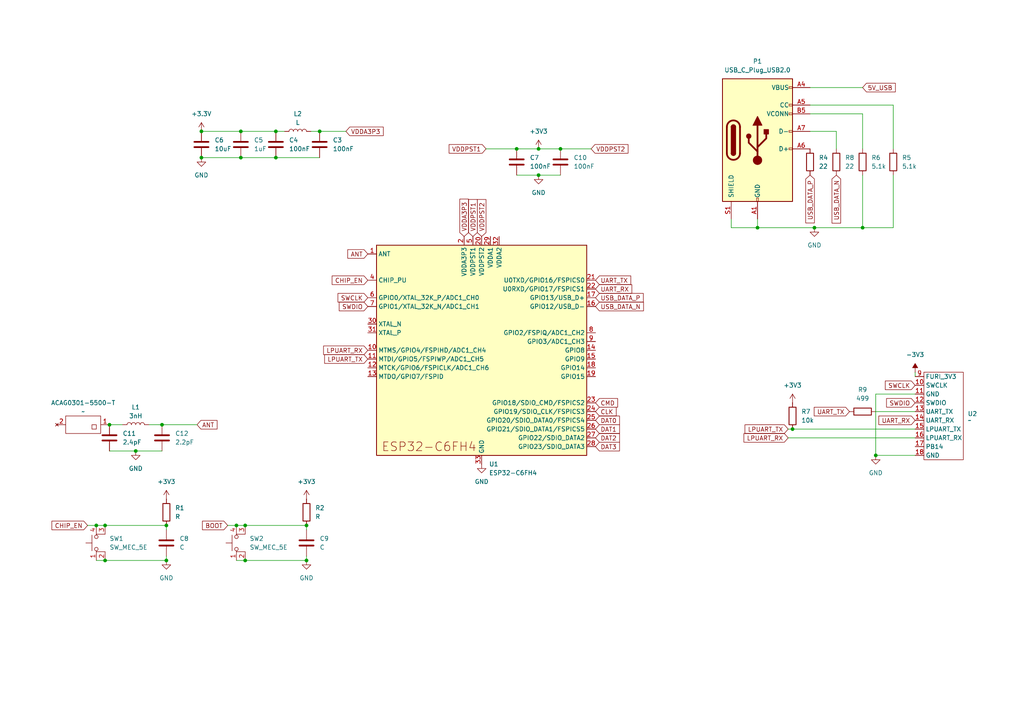
<source format=kicad_sch>
(kicad_sch (version 20250114) (generator "eeschema") (generator_version "9.0")
  (paper "A4")
  (lib_symbols
    (symbol "Connector:USB_C_Plug_USB2.0" (pin_names (offset 1.016))
      (property "Reference" "P" (at -10.16 19.05 0))
      (property "Value" "USB_C_Plug_USB2.0" (at 12.7 19.05 0))
      (symbol "USB_C_Plug_USB2.0_0_0"
        (rectangle (start -0.254 -17.78) (end 0.254 -16.764))
        (rectangle (start 10.16 15.494) (end 9.144 14.986))
        (rectangle (start 10.16 10.414) (end 9.144 9.906))
        (rectangle (start 10.16 7.874) (end 9.144 7.366))
        (rectangle (start 10.16 2.794) (end 9.144 2.286))
        (rectangle (start 10.16 -2.286) (end 9.144 -2.794))
      )
      (symbol "USB_C_Plug_USB2.0_0_1"
        (rectangle (start -10.16 17.78) (end 10.16 -17.78) (stroke (width 0.254)) (fill (type background)))
        (polyline (pts (xy -8.89 -3.81) (xy -8.89 3.81)) (stroke (width 0.508)))
        (rectangle (start -7.62 -3.81) (end -6.35 3.81) (stroke (width 0.254)) (fill (type outline)))
        (arc (start -7.62 3.81) (mid -6.985 4.4423) (end -6.35 3.81) (stroke (width 0.254)))
        (arc (start -7.62 3.81) (mid -6.985 4.4423) (end -6.35 3.81) (stroke (width 0.254)) (fill (type outline)))
        (arc (start -8.89 3.81) (mid -6.985 5.7067) (end -5.08 3.81) (stroke (width 0.508)))
        (arc (start -5.08 -3.81) (mid -6.985 -5.7067) (end -8.89 -3.81) (stroke (width 0.508)))
        (arc (start -6.35 -3.81) (mid -6.985 -4.4423) (end -7.62 -3.81) (stroke (width 0.254)))
        (arc (start -6.35 -3.81) (mid -6.985 -4.4423) (end -7.62 -3.81) (stroke (width 0.254)) (fill (type outline)))
        (polyline (pts (xy -5.08 3.81) (xy -5.08 -3.81)) (stroke (width 0.508)))
        (circle (center -2.54 1.143) (radius 0.635) (stroke (width 0.254)) (fill (type outline)))
        (polyline (pts (xy -1.27 4.318) (xy 0 6.858) (xy 1.27 4.318) (xy -1.27 4.318)) (stroke (width 0.254)) (fill (type outline)))
        (polyline (pts (xy 0 -2.032) (xy 2.54 0.508) (xy 2.54 1.778)) (stroke (width 0.508)))
        (polyline (pts (xy 0 -3.302) (xy -2.54 -0.762) (xy -2.54 0.508)) (stroke (width 0.508)))
        (polyline (pts (xy 0 -5.842) (xy 0 4.318)) (stroke (width 0.508)))
        (circle (center 0 -5.842) (radius 1.27) (fill (type outline)))
        (rectangle (start 1.905 1.778) (end 3.175 3.048) (stroke (width 0.254)) (fill (type outline)))
      )
      (symbol "USB_C_Plug_USB2.0_1_1"
        (pin passive line (at -7.62 -22.86 90) (length 5.08) (name "SHIELD") (number "S1"))
        (pin passive line (at 0 -22.86 90) (length 5.08) (name "GND") (number "A1"))
        (pin passive line (at 0 -22.86 90) (length 5.08) (hide yes) (name "GND") (number "A12"))
        (pin passive line (at 0 -22.86 90) (length 5.08) (hide yes) (name "GND") (number "B1"))
        (pin passive line (at 0 -22.86 90) (length 5.08) (hide yes) (name "GND") (number "B12"))
        (pin passive line (at 15.24 15.24 180) (length 5.08) (name "VBUS") (number "A4"))
        (pin passive line (at 15.24 15.24 180) (length 5.08) (hide yes) (name "VBUS") (number "A9"))
        (pin passive line (at 15.24 15.24 180) (length 5.08) (hide yes) (name "VBUS") (number "B4"))
        (pin passive line (at 15.24 15.24 180) (length 5.08) (hide yes) (name "VBUS") (number "B9"))
        (pin bidirectional line (at 15.24 10.16 180) (length 5.08) (name "CC") (number "A5"))
        (pin bidirectional line (at 15.24 7.62 180) (length 5.08) (name "VCONN") (number "B5"))
        (pin bidirectional line (at 15.24 2.54 180) (length 5.08) (name "D-") (number "A7"))
        (pin bidirectional line (at 15.24 -2.54 180) (length 5.08) (name "D+") (number "A6"))
      )
    )
    (symbol "Device:C" (pin_numbers (hide yes)) (pin_names (offset 0.254))
      (property "Reference" "C" (at 0.635 2.54 0))
      (property "Value" "C" (at 0.635 -2.54 0))
      (symbol "C_0_1"
        (polyline (pts (xy -2.032 0.762) (xy 2.032 0.762)) (stroke (width 0.508)))
        (polyline (pts (xy -2.032 -0.762) (xy 2.032 -0.762)) (stroke (width 0.508)))
      )
      (symbol "C_1_1"
        (pin passive line (at 0 3.81 270) (length 2.794) (name "~") (number "1"))
        (pin passive line (at 0 -3.81 90) (length 2.794) (name "~") (number "2"))
      )
    )
    (symbol "Device:L" (pin_numbers (hide yes)) (pin_names (offset 1.016) (hide yes))
      (property "Reference" "L" (at -1.27 0 90))
      (property "Value" "L" (at 1.905 0 90))
      (symbol "L_0_1"
        (arc (start 0 2.54) (mid 0.6323 1.905) (end 0 1.27))
        (arc (start 0 1.27) (mid 0.6323 0.635) (end 0 0))
        (arc (start 0 0) (mid 0.6323 -0.635) (end 0 -1.27))
        (arc (start 0 -1.27) (mid 0.6323 -1.905) (end 0 -2.54))
      )
      (symbol "L_1_1"
        (pin passive line (at 0 3.81 270) (length 1.27) (name "1") (number "1"))
        (pin passive line (at 0 -3.81 90) (length 1.27) (name "2") (number "2"))
      )
    )
    (symbol "Device:R" (pin_numbers (hide yes)) (pin_names (offset 0))
      (property "Reference" "R" (at 2.032 0 90))
      (property "Value" "R" (at 0 0 90))
      (symbol "R_0_1"
        (rectangle (start -1.016 -2.54) (end 1.016 2.54) (stroke (width 0.254)))
      )
      (symbol "R_1_1"
        (pin passive line (at 0 3.81 270) (length 1.27) (name "~") (number "1"))
        (pin passive line (at 0 -3.81 90) (length 1.27) (name "~") (number "2"))
      )
    )
    (symbol "PCM_Espressif:ESP32-C6FH4"
      (property "Reference" "U" (at -27.94 33.02 0))
      (property "Value" "ESP32-C6FH4" (at 22.86 33.02 0))
      (symbol "ESP32-C6FH4_0_0"
        (text "ESP32-C6FH4" (at -15.24 -27.94 0) (effects (font (size 2.54 2.54))))
      )
      (symbol "ESP32-C6FH4_0_1"
        (rectangle (start -30.48 30.48) (end 30.48 -30.48) (stroke (width 0.254)) (fill (type background)))
      )
      (symbol "ESP32-C6FH4_1_1"
        (pin bidirectional line (at -33.02 27.94 0) (length 2.54) (name "ANT") (number "1"))
        (pin input line (at -33.02 20.32 0) (length 2.54) (name "CHIP_PU") (number "4"))
        (pin bidirectional line (at -33.02 15.24 0) (length 2.54) (name "GPIO0/XTAL_32K_P/ADC1_CH0") (number "6"))
        (pin bidirectional line (at -33.02 12.7 0) (length 2.54) (name "GPIO1/XTAL_32K_N/ADC1_CH1") (number "7"))
        (pin output line (at -33.02 7.62 0) (length 2.54) (name "XTAL_N") (number "30"))
        (pin input line (at -33.02 5.08 0) (length 2.54) (name "XTAL_P") (number "31"))
        (pin bidirectional line (at -33.02 0 0) (length 2.54) (name "MTMS/GPIO4/FSPIHD/ADC1_CH4") (number "10"))
        (pin bidirectional line (at -33.02 -2.54 0) (length 2.54) (name "MTDI/GPIO5/FSPIWP/ADC1_CH5") (number "11"))
        (pin bidirectional line (at -33.02 -5.08 0) (length 2.54) (name "MTCK/GPIO6/FSPICLK/ADC1_CH6") (number "12"))
        (pin bidirectional line (at -33.02 -7.62 0) (length 2.54) (name "MTDO/GPIO7/FSPID") (number "13"))
        (pin power_in line (at -5.08 33.02 270) (length 2.54) (name "VDDA3P3") (number "2"))
        (pin passive line (at -5.08 33.02 270) (length 2.54) (hide yes) (name "VDDA3P3") (number "3"))
        (pin power_in line (at -2.54 33.02 270) (length 2.54) (name "VDDPST1") (number "5"))
        (pin power_in line (at 0 33.02 270) (length 2.54) (name "VDDPST2") (number "20"))
        (pin power_in line (at 0 -33.02 90) (length 2.54) (name "GND") (number "33"))
        (pin power_in line (at 2.54 33.02 270) (length 2.54) (name "VDDA1") (number "29"))
        (pin power_in line (at 5.08 33.02 270) (length 2.54) (name "VDDA2") (number "32"))
        (pin bidirectional line (at 33.02 20.32 180) (length 2.54) (name "U0TXD/GPIO16/FSPICS0") (number "21"))
        (pin bidirectional line (at 33.02 17.78 180) (length 2.54) (name "U0RXD/GPIO17/FSPICS1") (number "22"))
        (pin bidirectional line (at 33.02 15.24 180) (length 2.54) (name "GPIO13/USB_D+") (number "17"))
        (pin bidirectional line (at 33.02 12.7 180) (length 2.54) (name "GPIO12/USB_D-") (number "16"))
        (pin bidirectional line (at 33.02 5.08 180) (length 2.54) (name "GPIO2/FSPIQ/ADC1_CH2") (number "8"))
        (pin bidirectional line (at 33.02 2.54 180) (length 2.54) (name "GPIO3/ADC1_CH3") (number "9"))
        (pin bidirectional line (at 33.02 0 180) (length 2.54) (name "GPIO8") (number "14"))
        (pin bidirectional line (at 33.02 -2.54 180) (length 2.54) (name "GPIO9") (number "15"))
        (pin bidirectional line (at 33.02 -5.08 180) (length 2.54) (name "GPIO14") (number "18"))
        (pin bidirectional line (at 33.02 -7.62 180) (length 2.54) (name "GPIO15") (number "19"))
        (pin bidirectional line (at 33.02 -15.24 180) (length 2.54) (name "GPIO18/SDIO_CMD/FSPICS2") (number "23"))
        (pin bidirectional line (at 33.02 -17.78 180) (length 2.54) (name "GPIO19/SDIO_CLK/FSPICS3") (number "24"))
        (pin bidirectional line (at 33.02 -20.32 180) (length 2.54) (name "GPIO20/SDIO_DATA0/FSPICS4") (number "25"))
        (pin bidirectional line (at 33.02 -22.86 180) (length 2.54) (name "GPIO21/SDIO_DATA1/FSPICS5") (number "26"))
        (pin bidirectional line (at 33.02 -25.4 180) (length 2.54) (name "GPIO22/SDIO_DATA2") (number "27"))
        (pin bidirectional line (at 33.02 -27.94 180) (length 2.54) (name "GPIO23/SDIO_DATA3") (number "28"))
      )
    )
    (symbol "Switch:SW_MEC_5E" (pin_names (offset 1.016) (hide yes))
      (property "Reference" "SW" (at 0.635 5.715 0))
      (property "Value" "SW_MEC_5E" (at 0 -3.175 0))
      (symbol "SW_MEC_5E_0_1"
        (polyline (pts (xy -2.54 0) (xy -2.54 2.54) (xy -2.286 2.54)))
        (polyline (pts (xy -2.286 3.81) (xy 2.286 3.81)))
        (circle (center -1.778 2.54) (radius 0.508))
        (polyline (pts (xy 0 3.81) (xy 0 5.588)))
        (circle (center 1.778 2.54) (radius 0.508))
        (polyline (pts (xy 2.54 0) (xy 2.54 2.54) (xy 2.286 2.54)))
        (pin passive line (at -5.08 2.54 0) (length 2.54) (name "1") (number "1"))
        (pin passive line (at -5.08 0 0) (length 2.54) (name "2") (number "2"))
        (pin passive line (at 5.08 2.54 180) (length 2.54) (name "A") (number "4"))
        (pin passive line (at 5.08 0 180) (length 2.54) (name "K") (number "3"))
      )
    )
    (symbol "components:ACAG0301-5500-T"
      (property "Reference" "U" (at -6.096 -2.032 0))
      (symbol "ACAG0301-5500-T_0_1"
        (rectangle (start -5.08 -2.54) (end 5.08 2.54))
        (rectangle (start 2.54 0) (end 3.81 -1.27))
      )
      (symbol "ACAG0301-5500-T_1_1"
        (pin no_connect line (at -7.62 0 0) (length 2.54) (name "") (number "2"))
        (pin passive line (at 7.62 0 180) (length 2.54) (name "") (number "1"))
      )
    )
    (symbol "components:FURI_9THRU18_CONN"
      (property "Reference" "U" (at -5.842 -18.288 0))
      (symbol "FURI_9THRU18_CONN_0_1"
        (rectangle (start -5.08 7.62) (end 6.35 -17.78))
      )
      (symbol "FURI_9THRU18_CONN_1_1"
        (pin passive line (at -7.62 6.35 0) (length 2.54) (name "FURI_3V3") (number "9"))
        (pin passive line (at -7.62 3.81 0) (length 2.54) (name "SWCLK") (number "10"))
        (pin passive line (at -7.62 1.27 0) (length 2.54) (name "GND") (number "11"))
        (pin passive line (at -7.62 -1.27 0) (length 2.54) (name "SWDIO") (number "12"))
        (pin passive line (at -7.62 -3.81 0) (length 2.54) (name "UART_TX") (number "13"))
        (pin passive line (at -7.62 -6.35 0) (length 2.54) (name "UART_RX") (number "14"))
        (pin passive line (at -7.62 -8.89 0) (length 2.54) (name "LPUART_TX") (number "15"))
        (pin passive line (at -7.62 -11.43 0) (length 2.54) (name "LPUART_RX") (number "16"))
        (pin passive line (at -7.62 -13.97 0) (length 2.54) (name "PB14") (number "17"))
        (pin passive line (at -7.62 -16.51 0) (length 2.54) (name "GND") (number "18"))
      )
    )
    (symbol "power:+3.3V" (power) (pin_numbers (hide yes)) (pin_names (offset 0) (hide yes))
      (property "Value" "+3.3V" (at 0 3.556 0))
      (symbol "+3.3V_0_1"
        (polyline (pts (xy -0.762 1.27) (xy 0 2.54)))
        (polyline (pts (xy 0 2.54) (xy 0.762 1.27)))
        (polyline (pts (xy 0 0) (xy 0 2.54)))
      )
      (symbol "+3.3V_1_1"
        (pin power_in line (at 0 0 90) (length 0) (name "~") (number "1"))
      )
    )
    (symbol "power:+3V3" (power) (pin_numbers (hide yes)) (pin_names (offset 0) (hide yes))
      (property "Value" "+3V3" (at 0 3.556 0))
      (symbol "+3V3_0_1"
        (polyline (pts (xy -0.762 1.27) (xy 0 2.54)))
        (polyline (pts (xy 0 2.54) (xy 0.762 1.27)))
        (polyline (pts (xy 0 0) (xy 0 2.54)))
      )
      (symbol "+3V3_1_1"
        (pin power_in line (at 0 0 90) (length 0) (name "~") (number "1"))
      )
    )
    (symbol "power:-3V3" (power) (pin_numbers (hide yes)) (pin_names (offset 0) (hide yes))
      (property "Value" "-3V3" (at 0 3.556 0))
      (symbol "-3V3_0_0"
        (pin power_in line (at 0 0 90) (length 0) (name "~") (number "1"))
      )
      (symbol "-3V3_0_1"
        (polyline (pts (xy 0 0) (xy 0 1.27) (xy 0.762 1.27) (xy 0 2.54) (xy -0.762 1.27) (xy 0 1.27)) (fill (type outline)))
      )
    )
    (symbol "power:GND" (power) (pin_numbers (hide yes)) (pin_names (offset 0) (hide yes))
      (property "Value" "GND" (at 0 -3.81 0))
      (symbol "GND_0_1"
        (polyline (pts (xy 0 0) (xy 0 -1.27) (xy 1.27 -1.27) (xy 0 -2.54) (xy -1.27 -1.27) (xy 0 -1.27)))
      )
      (symbol "GND_1_1"
        (pin power_in line (at 0 0 270) (length 0) (name "~") (number "1"))
      )
    )
  )
  (junction (at 254 132.08))
  (junction (at 149.86 43.18))
  (junction (at 71.12 152.4))
  (junction (at 58.42 45.72))
  (junction (at 27.94 152.4))
  (junction (at 68.58 152.4))
  (junction (at 48.26 162.56))
  (junction (at 46.99 123.19))
  (junction (at 229.87 124.46))
  (junction (at 156.21 43.18))
  (junction (at 31.75 123.19))
  (junction (at 80.01 38.1))
  (junction (at 156.21 50.8))
  (junction (at 39.37 130.81))
  (junction (at 71.12 162.56))
  (junction (at 250.19 66.04))
  (junction (at 58.42 38.1))
  (junction (at 48.26 152.4))
  (junction (at 92.71 38.1))
  (junction (at 69.85 45.72))
  (junction (at 88.9 152.4))
  (junction (at 69.85 38.1))
  (junction (at 219.71 66.04))
  (junction (at 30.48 152.4))
  (junction (at 30.48 162.56))
  (junction (at 80.01 45.72))
  (junction (at 88.9 162.56))
  (junction (at 236.22 66.04))
  (junction (at 162.56 43.18))
  (wire (pts (xy 43.18 123.19) (xy 46.99 123.19)))
  (wire (pts (xy 242.57 38.1) (xy 242.57 43.18)))
  (wire (pts (xy 58.42 45.72) (xy 69.85 45.72)))
  (wire (pts (xy 250.19 50.8) (xy 250.19 66.04)))
  (wire (pts (xy 228.6 127) (xy 265.43 127)))
  (wire (pts (xy 48.26 161.29) (xy 48.26 162.56)))
  (wire (pts (xy 68.58 152.4) (xy 71.12 152.4)))
  (wire (pts (xy 254 132.08) (xy 265.43 132.08)))
  (wire (pts (xy 149.86 50.8) (xy 156.21 50.8)))
  (wire (pts (xy 80.01 38.1) (xy 82.55 38.1)))
  (wire (pts (xy 234.95 25.4) (xy 250.19 25.4)))
  (wire (pts (xy 66.04 152.4) (xy 68.58 152.4)))
  (wire (pts (xy 30.48 162.56) (xy 48.26 162.56)))
  (wire (pts (xy 234.95 33.02) (xy 250.19 33.02)))
  (wire (pts (xy 92.71 38.1) (xy 100.33 38.1)))
  (wire (pts (xy 156.21 50.8) (xy 162.56 50.8)))
  (wire (pts (xy 35.56 123.19) (xy 31.75 123.19)))
  (wire (pts (xy 88.9 161.29) (xy 88.9 162.56)))
  (wire (pts (xy 71.12 152.4) (xy 88.9 152.4)))
  (wire (pts (xy 234.95 30.48) (xy 259.08 30.48)))
  (wire (pts (xy 229.87 124.46) (xy 265.43 124.46)))
  (wire (pts (xy 69.85 38.1) (xy 80.01 38.1)))
  (wire (pts (xy 259.08 50.8) (xy 259.08 66.04)))
  (wire (pts (xy 212.09 66.04) (xy 219.71 66.04)))
  (wire (pts (xy 228.6 124.46) (xy 229.87 124.46)))
  (wire (pts (xy 90.17 38.1) (xy 92.71 38.1)))
  (wire (pts (xy 25.4 152.4) (xy 27.94 152.4)))
  (wire (pts (xy 254 114.3) (xy 254 132.08)))
  (wire (pts (xy 27.94 162.56) (xy 30.48 162.56)))
  (wire (pts (xy 48.26 152.4) (xy 48.26 153.67)))
  (wire (pts (xy 162.56 43.18) (xy 171.45 43.18)))
  (wire (pts (xy 254 119.38) (xy 265.43 119.38)))
  (wire (pts (xy 30.48 152.4) (xy 48.26 152.4)))
  (wire (pts (xy 46.99 123.19) (xy 57.15 123.19)))
  (wire (pts (xy 80.01 45.72) (xy 92.71 45.72)))
  (wire (pts (xy 265.43 114.3) (xy 254 114.3)))
  (wire (pts (xy 58.42 38.1) (xy 69.85 38.1)))
  (wire (pts (xy 31.75 130.81) (xy 39.37 130.81)))
  (wire (pts (xy 219.71 66.04) (xy 236.22 66.04)))
  (wire (pts (xy 250.19 66.04) (xy 259.08 66.04)))
  (wire (pts (xy 250.19 33.02) (xy 250.19 43.18)))
  (wire (pts (xy 259.08 30.48) (xy 259.08 43.18)))
  (wire (pts (xy 236.22 66.04) (xy 250.19 66.04)))
  (wire (pts (xy 39.37 130.81) (xy 46.99 130.81)))
  (wire (pts (xy 149.86 43.18) (xy 156.21 43.18)))
  (wire (pts (xy 212.09 63.5) (xy 212.09 66.04)))
  (wire (pts (xy 156.21 43.18) (xy 162.56 43.18)))
  (wire (pts (xy 88.9 152.4) (xy 88.9 153.67)))
  (wire (pts (xy 69.85 45.72) (xy 80.01 45.72)))
  (wire (pts (xy 140.97 43.18) (xy 149.86 43.18)))
  (wire (pts (xy 219.71 63.5) (xy 219.71 66.04)))
  (wire (pts (xy 265.43 107.95) (xy 265.43 109.22)))
  (wire (pts (xy 68.58 162.56) (xy 71.12 162.56)))
  (wire (pts (xy 27.94 152.4) (xy 30.48 152.4)))
  (wire (pts (xy 71.12 162.56) (xy 88.9 162.56)))
  (wire (pts (xy 234.95 38.1) (xy 242.57 38.1)))
  (global_label "VDDPST2" (shape input) (at 171.45 43.18 0) (property "Intersheetrefs" "${INTERSHEET_REFS}" (effects (hide yes))))
  (global_label "VDDA3P3" (shape input) (at 134.62 68.58 90) (property "Intersheetrefs" "${INTERSHEET_REFS}" (effects (hide yes))))
  (global_label "LPUART_TX" (shape input) (at 106.68 104.14 180) (property "Intersheetrefs" "${INTERSHEET_REFS}" (effects (hide yes))))
  (global_label "DAT0" (shape input) (at 172.72 121.92 0) (property "Intersheetrefs" "${INTERSHEET_REFS}" (effects (hide yes))))
  (global_label "VDDPST1" (shape input) (at 140.97 43.18 180) (property "Intersheetrefs" "${INTERSHEET_REFS}" (effects (hide yes))))
  (global_label "USB_DATA_N" (shape input) (at 172.72 88.9 0) (property "Intersheetrefs" "${INTERSHEET_REFS}" (effects (hide yes))))
  (global_label "BOOT" (shape input) (at 66.04 152.4 180) (property "Intersheetrefs" "${INTERSHEET_REFS}" (effects (hide yes))))
  (global_label "CLK" (shape input) (at 172.72 119.38 0) (property "Intersheetrefs" "${INTERSHEET_REFS}" (effects (hide yes))))
  (global_label "CMD" (shape input) (at 172.72 116.84 0) (property "Intersheetrefs" "${INTERSHEET_REFS}" (effects (hide yes))))
  (global_label "ANT" (shape input) (at 106.68 73.66 180) (property "Intersheetrefs" "${INTERSHEET_REFS}" (effects (hide yes))))
  (global_label "VDDPST1" (shape input) (at 137.16 68.58 90) (property "Intersheetrefs" "${INTERSHEET_REFS}" (effects (hide yes))))
  (global_label "SWDIO" (shape input) (at 265.43 116.84 180) (property "Intersheetrefs" "${INTERSHEET_REFS}" (effects (hide yes))))
  (global_label "CHIP_EN" (shape input) (at 25.4 152.4 180) (property "Intersheetrefs" "${INTERSHEET_REFS}" (effects (hide yes))))
  (global_label "SWCLK" (shape input) (at 265.43 111.76 180) (property "Intersheetrefs" "${INTERSHEET_REFS}" (effects (hide yes))))
  (global_label "SWCLK" (shape input) (at 106.68 86.36 180) (property "Intersheetrefs" "${INTERSHEET_REFS}" (effects (hide yes))))
  (global_label "UART_TX" (shape input) (at 172.72 81.28 0) (property "Intersheetrefs" "${INTERSHEET_REFS}" (effects (hide yes))))
  (global_label "UART_RX" (shape input) (at 172.72 83.82 0) (property "Intersheetrefs" "${INTERSHEET_REFS}" (effects (hide yes))))
  (global_label "VDDPST2" (shape input) (at 139.7 68.58 90) (property "Intersheetrefs" "${INTERSHEET_REFS}" (effects (hide yes))))
  (global_label "CHIP_EN" (shape input) (at 106.68 81.28 180) (property "Intersheetrefs" "${INTERSHEET_REFS}" (effects (hide yes))))
  (global_label "5V_USB" (shape input) (at 250.19 25.4 0) (property "Intersheetrefs" "${INTERSHEET_REFS}" (effects (hide yes))))
  (global_label "USB_DATA_N" (shape input) (at 242.57 50.8 270) (property "Intersheetrefs" "${INTERSHEET_REFS}" (effects (hide yes))))
  (global_label "USB_DATA_P" (shape input) (at 234.95 50.8 270) (property "Intersheetrefs" "${INTERSHEET_REFS}" (effects (hide yes))))
  (global_label "SWDIO" (shape input) (at 106.68 88.9 180) (property "Intersheetrefs" "${INTERSHEET_REFS}" (effects (hide yes))))
  (global_label "UART_RX" (shape input) (at 265.43 121.92 180) (property "Intersheetrefs" "${INTERSHEET_REFS}" (effects (hide yes))))
  (global_label "VDDA3P3" (shape input) (at 100.33 38.1 0) (property "Intersheetrefs" "${INTERSHEET_REFS}" (effects (hide yes))))
  (global_label "ANT" (shape input) (at 57.15 123.19 0) (property "Intersheetrefs" "${INTERSHEET_REFS}" (effects (hide yes))))
  (global_label "DAT1" (shape input) (at 172.72 124.46 0) (property "Intersheetrefs" "${INTERSHEET_REFS}" (effects (hide yes))))
  (global_label "USB_DATA_P" (shape input) (at 172.72 86.36 0) (property "Intersheetrefs" "${INTERSHEET_REFS}" (effects (hide yes))))
  (global_label "DAT2" (shape input) (at 172.72 127 0) (property "Intersheetrefs" "${INTERSHEET_REFS}" (effects (hide yes))))
  (global_label "UART_TX" (shape input) (at 246.38 119.38 180) (property "Intersheetrefs" "${INTERSHEET_REFS}" (effects (hide yes))))
  (global_label "LPUART_RX" (shape input) (at 228.6 127 180) (property "Intersheetrefs" "${INTERSHEET_REFS}" (effects (hide yes))))
  (global_label "DAT3" (shape input) (at 172.72 129.54 0) (property "Intersheetrefs" "${INTERSHEET_REFS}" (effects (hide yes))))
  (global_label "LPUART_RX" (shape input) (at 106.68 101.6 180) (property "Intersheetrefs" "${INTERSHEET_REFS}" (effects (hide yes))))
  (global_label "LPUART_TX" (shape input) (at 228.6 124.46 180) (property "Intersheetrefs" "${INTERSHEET_REFS}" (effects (hide yes))))
  (symbol (lib_id "Device:C") (at 80.01 41.91 0) (unit 1)
    (property "Reference" "C4" (at 83.82 40.6399 0) (effects (justify left)))
    (property "Value" "100nF" (at 83.82 43.1799 0) (effects (justify left)))
    (property "Description" "Unpolarized capacitor" (effects (hide yes)))
  )
  (symbol (lib_id "Device:C") (at 149.86 46.99 0) (unit 1)
    (property "Reference" "C7" (at 153.67 45.7199 0) (effects (justify left)))
    (property "Value" "100nF" (at 153.67 48.2599 0) (effects (justify left)))
    (property "Description" "Unpolarized capacitor" (effects (hide yes)))
  )
  (symbol (lib_id "Device:L") (at 86.36 38.1 90) (unit 1)
    (property "Reference" "L2" (at 86.36 33.02 90))
    (property "Value" "L" (at 86.36 35.56 90))
    (property "Description" "Inductor" (effects (hide yes)))
  )
  (symbol (lib_id "Device:C") (at 48.26 157.48 0) (unit 1)
    (property "Reference" "C8" (at 52.07 156.2099 0) (effects (justify left)))
    (property "Value" "C" (at 52.07 158.7499 0) (effects (justify left)))
    (property "Description" "Unpolarized capacitor" (effects (hide yes)))
  )
  (symbol (lib_id "Device:R") (at 234.95 46.99 0) (unit 1)
    (property "Reference" "R4" (at 237.49 45.7199 0) (effects (justify left)))
    (property "Value" "22" (at 237.49 48.2599 0) (effects (justify left)))
    (property "Description" "Resistor" (effects (hide yes)))
  )
  (symbol (lib_id "power:GND") (at 156.21 50.8 0) (unit 1)
    (property "Reference" "#PWR015" (effects (hide yes)))
    (property "Value" "GND" (at 156.21 55.88 0))
    (property "Description" "Power symbol creates a global label with name \"GND\" , ground" (effects (hide yes)))
  )
  (symbol (lib_id "power:GND") (at 58.42 45.72 0) (unit 1)
    (property "Reference" "#PWR04" (effects (hide yes)))
    (property "Value" "GND" (at 58.42 50.8 0))
    (property "Description" "Power symbol creates a global label with name \"GND\" , ground" (effects (hide yes)))
  )
  (symbol (lib_id "Device:R") (at 88.9 148.59 0) (unit 1)
    (property "Reference" "R2" (at 91.44 147.3199 0) (effects (justify left)))
    (property "Value" "R" (at 91.44 149.8599 0) (effects (justify left)))
    (property "Description" "Resistor" (effects (hide yes)))
  )
  (symbol (lib_id "power:+3.3V") (at 58.42 38.1 0) (unit 1)
    (property "Reference" "#PWR03" (effects (hide yes)))
    (property "Value" "+3.3V" (at 58.42 33.02 0))
    (property "Description" "Power symbol creates a global label with name \"+3.3V\"" (effects (hide yes)))
  )
  (symbol (lib_id "Device:C") (at 88.9 157.48 0) (unit 1)
    (property "Reference" "C9" (at 92.71 156.2099 0) (effects (justify left)))
    (property "Value" "C" (at 92.71 158.7499 0) (effects (justify left)))
    (property "Description" "Unpolarized capacitor" (effects (hide yes)))
  )
  (symbol (lib_id "Device:C") (at 46.99 127 0) (unit 1)
    (property "Reference" "C12" (at 50.8 125.7299 0) (effects (justify left)))
    (property "Value" "2.2pF" (at 50.8 128.2699 0) (effects (justify left)))
    (property "Description" "Unpolarized capacitor" (effects (hide yes)))
  )
  (symbol (lib_id "Device:C") (at 162.56 46.99 0) (unit 1)
    (property "Reference" "C10" (at 166.37 45.7199 0) (effects (justify left)))
    (property "Value" "100nF" (at 166.37 48.2599 0) (effects (justify left)))
    (property "Description" "Unpolarized capacitor" (effects (hide yes)))
  )
  (symbol (lib_id "Switch:SW_MEC_5E") (at 71.12 157.48 90) (unit 1)
    (property "Reference" "SW2" (at 72.39 156.2099 90) (effects (justify right)))
    (property "Value" "SW_MEC_5E" (at 72.39 158.7499 90) (effects (justify right)))
    (property "Datasheet" "http://www.apem.com/int/index.php?controller=attachment&id_attachment=1371" (effects (hide yes)))
    (property "Description" "MEC 5E single pole normally-open tactile switch" (effects (hide yes)))
  )
  (symbol (lib_id "power:+3V3") (at 156.21 43.18 0) (unit 1)
    (property "Reference" "#PWR019" (effects (hide yes)))
    (property "Value" "+3V3" (at 156.21 38.1 0))
    (property "Description" "Power symbol creates a global label with name \"+3V3\"" (effects (hide yes)))
  )
  (symbol (lib_id "Device:R") (at 250.19 119.38 90) (unit 1)
    (property "Reference" "R9" (at 250.19 113.03 90))
    (property "Value" "499" (at 250.19 115.57 90))
    (property "Description" "Resistor" (effects (hide yes)))
  )
  (symbol (lib_id "PCM_Espressif:ESP32-C6FH4") (at 139.7 101.6 0) (unit 1)
    (property "Reference" "U1" (at 141.8433 134.62 0) (effects (justify left)))
    (property "Value" "ESP32-C6FH4" (at 141.8433 137.16 0) (effects (justify left)))
    (property "Footprint" "Package_DFN_QFN:QFN-32-1EP_5x5mm_P0.5mm_EP3.6x3.6mm" (effects (hide yes)))
    (property "Datasheet" "https://www.espressif.com/sites/default/files/documentation/esp32-c6_datasheet_en.pdf" (effects (hide yes)))
    (property "Description" "ESP32-C6, ultra-low-power SoC with RISC-V single-core microprocessor,2.4 GHz Wi-Fi 6 (802.11 ax), Bluetooth 5 (LE), Zigbee and Thread (802.15.4),QFN-32" (effects (hide yes)))
  )
  (symbol (lib_id "components:FURI_9THRU18_CONN") (at 273.05 115.57 0) (unit 1)
    (property "Reference" "U2" (at 280.67 120.0149 0) (effects (justify left)))
    (property "Value" "~" (at 280.67 121.92 0) (effects (justify left)))
  )
  (symbol (lib_id "Device:C") (at 92.71 41.91 0) (unit 1)
    (property "Reference" "C3" (at 96.52 40.6399 0) (effects (justify left)))
    (property "Value" "100nF" (at 96.52 43.1799 0) (effects (justify left)))
    (property "Description" "Unpolarized capacitor" (effects (hide yes)))
  )
  (symbol (lib_id "Connector:USB_C_Plug_USB2.0") (at 219.71 40.64 0) (unit 1)
    (property "Reference" "P1" (at 219.71 17.78 0))
    (property "Value" "USB_C_Plug_USB2.0" (at 219.71 20.32 0))
    (property "Datasheet" "https://www.usb.org/sites/default/files/documents/usb_type-c.zip" (effects (hide yes)))
    (property "Description" "USB 2.0-only Type-C Plug connector" (effects (hide yes)))
  )
  (symbol (lib_id "Device:R") (at 229.87 120.65 0) (unit 1)
    (property "Reference" "R7" (at 232.41 119.3799 0) (effects (justify left)))
    (property "Value" "10k" (at 232.41 121.9199 0) (effects (justify left)))
    (property "Description" "Resistor" (effects (hide yes)))
  )
  (symbol (lib_id "components:ACAG0301-5500-T") (at 24.13 123.19 0) (unit 1)
    (property "Reference" "ACAG0301-5500-T" (at 24.13 116.84 0))
    (property "Value" "~" (at 24.13 119.38 0))
  )
  (symbol (lib_id "power:GND") (at 236.22 66.04 0) (unit 1)
    (property "Reference" "#PWR010" (effects (hide yes)))
    (property "Value" "GND" (at 236.22 71.12 0))
    (property "Description" "Power symbol creates a global label with name \"GND\" , ground" (effects (hide yes)))
  )
  (symbol (lib_id "Switch:SW_MEC_5E") (at 30.48 157.48 90) (unit 1)
    (property "Reference" "SW1" (at 31.75 156.2099 90) (effects (justify right)))
    (property "Value" "SW_MEC_5E" (at 31.75 158.7499 90) (effects (justify right)))
    (property "Datasheet" "http://www.apem.com/int/index.php?controller=attachment&id_attachment=1371" (effects (hide yes)))
    (property "Description" "MEC 5E single pole normally-open tactile switch" (effects (hide yes)))
  )
  (symbol (lib_id "Device:C") (at 31.75 127 0) (unit 1)
    (property "Reference" "C11" (at 35.56 125.7299 0) (effects (justify left)))
    (property "Value" "2.4pF" (at 35.56 128.2699 0) (effects (justify left)))
    (property "Description" "Unpolarized capacitor" (effects (hide yes)))
  )
  (symbol (lib_id "power:GND") (at 254 132.08 0) (unit 1)
    (property "Reference" "#PWR018" (effects (hide yes)))
    (property "Value" "GND" (at 254 137.16 0))
    (property "Description" "Power symbol creates a global label with name \"GND\" , ground" (effects (hide yes)))
  )
  (symbol (lib_id "power:GND") (at 88.9 162.56 0) (unit 1)
    (property "Reference" "#PWR09" (effects (hide yes)))
    (property "Value" "GND" (at 88.9 167.64 0))
    (property "Description" "Power symbol creates a global label with name \"GND\" , ground" (effects (hide yes)))
  )
  (symbol (lib_id "power:GND") (at 39.37 130.81 0) (unit 1)
    (property "Reference" "#PWR01" (effects (hide yes)))
    (property "Value" "GND" (at 39.37 135.89 0))
    (property "Description" "Power symbol creates a global label with name \"GND\" , ground" (effects (hide yes)))
  )
  (symbol (lib_id "power:+3V3") (at 48.26 144.78 0) (unit 1)
    (property "Reference" "#PWR07" (effects (hide yes)))
    (property "Value" "+3V3" (at 48.26 139.7 0))
    (property "Description" "Power symbol creates a global label with name \"+3V3\"" (effects (hide yes)))
  )
  (symbol (lib_id "Device:C") (at 69.85 41.91 0) (unit 1)
    (property "Reference" "C5" (at 73.66 40.6399 0) (effects (justify left)))
    (property "Value" "1uF" (at 73.66 43.1799 0) (effects (justify left)))
    (property "Description" "Unpolarized capacitor" (effects (hide yes)))
  )
  (symbol (lib_id "Device:R") (at 48.26 148.59 0) (unit 1)
    (property "Reference" "R1" (at 50.8 147.3199 0) (effects (justify left)))
    (property "Value" "R" (at 50.8 149.8599 0) (effects (justify left)))
    (property "Description" "Resistor" (effects (hide yes)))
  )
  (symbol (lib_id "Device:L") (at 39.37 123.19 90) (unit 1)
    (property "Reference" "L1" (at 39.37 118.11 90))
    (property "Value" "3nH" (at 39.37 120.65 90))
    (property "Description" "Inductor" (effects (hide yes)))
  )
  (symbol (lib_id "power:GND") (at 48.26 162.56 0) (unit 1)
    (property "Reference" "#PWR06" (effects (hide yes)))
    (property "Value" "GND" (at 48.26 167.64 0))
    (property "Description" "Power symbol creates a global label with name \"GND\" , ground" (effects (hide yes)))
  )
  (symbol (lib_id "power:GND") (at 139.7 134.62 0) (unit 1)
    (property "Reference" "#PWR02" (effects (hide yes)))
    (property "Value" "GND" (at 139.7 139.7 0))
    (property "Description" "Power symbol creates a global label with name \"GND\" , ground" (effects (hide yes)))
  )
  (symbol (lib_id "power:+3V3") (at 229.87 116.84 0) (unit 1)
    (property "Reference" "#PWR05" (effects (hide yes)))
    (property "Value" "+3V3" (at 229.87 111.76 0))
    (property "Description" "Power symbol creates a global label with name \"+3V3\"" (effects (hide yes)))
  )
  (symbol (lib_id "Device:R") (at 250.19 46.99 0) (unit 1)
    (property "Reference" "R6" (at 252.73 45.7199 0) (effects (justify left)))
    (property "Value" "5.1k" (at 252.73 48.2599 0) (effects (justify left)))
    (property "Description" "Resistor" (effects (hide yes)))
  )
  (symbol (lib_id "Device:R") (at 259.08 46.99 0) (unit 1)
    (property "Reference" "R5" (at 261.62 45.7199 0) (effects (justify left)))
    (property "Value" "5.1k" (at 261.62 48.2599 0) (effects (justify left)))
    (property "Description" "Resistor" (effects (hide yes)))
  )
  (symbol (lib_id "power:-3V3") (at 265.43 107.95 0) (unit 1)
    (property "Reference" "#PWR017" (effects (hide yes)))
    (property "Value" "-3V3" (at 265.43 102.87 0))
    (property "Description" "Power symbol creates a global label with name \"-3V3\"" (effects (hide yes)))
  )
  (symbol (lib_id "Device:C") (at 58.42 41.91 0) (unit 1)
    (property "Reference" "C6" (at 62.23 40.6399 0) (effects (justify left)))
    (property "Value" "10uF" (at 62.23 43.1799 0) (effects (justify left)))
    (property "Description" "Unpolarized capacitor" (effects (hide yes)))
  )
  (symbol (lib_id "power:+3V3") (at 88.9 144.78 0) (unit 1)
    (property "Reference" "#PWR08" (effects (hide yes)))
    (property "Value" "+3V3" (at 88.9 139.7 0))
    (property "Description" "Power symbol creates a global label with name \"+3V3\"" (effects (hide yes)))
  )
  (symbol (lib_id "Device:R") (at 242.57 46.99 0) (unit 1)
    (property "Reference" "R8" (at 245.11 45.7199 0) (effects (justify left)))
    (property "Value" "22" (at 245.11 48.2599 0) (effects (justify left)))
    (property "Description" "Resistor" (effects (hide yes)))
  )
)
</source>
